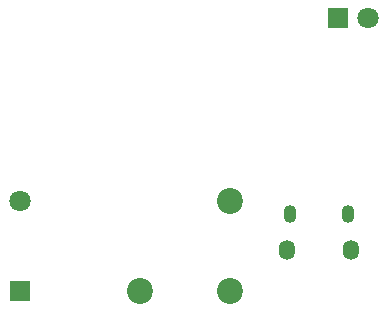
<source format=gbr>
%TF.GenerationSoftware,KiCad,Pcbnew,9.0.0*%
%TF.CreationDate,2025-04-09T12:13:31+05:30*%
%TF.ProjectId,ES lab Assignment,4553206c-6162-4204-9173-7369676e6d65,rev?*%
%TF.SameCoordinates,Original*%
%TF.FileFunction,Soldermask,Bot*%
%TF.FilePolarity,Negative*%
%FSLAX46Y46*%
G04 Gerber Fmt 4.6, Leading zero omitted, Abs format (unit mm)*
G04 Created by KiCad (PCBNEW 9.0.0) date 2025-04-09 12:13:31*
%MOMM*%
%LPD*%
G01*
G04 APERTURE LIST*
%ADD10O,1.350000X1.700000*%
%ADD11O,1.100000X1.500000*%
%ADD12C,2.200000*%
%ADD13R,1.800000X1.800000*%
%ADD14C,1.800000*%
G04 APERTURE END LIST*
D10*
%TO.C,J1*%
X146870000Y-111665000D03*
D11*
X147180000Y-108665000D03*
X152020000Y-108665000D03*
D10*
X152330000Y-111665000D03*
%TD*%
D12*
%TO.C,K1*%
X134430000Y-115120000D03*
X142050000Y-107500000D03*
X142050000Y-115120000D03*
D13*
X124270000Y-115120000D03*
D14*
X124270000Y-107500000D03*
%TD*%
D13*
%TO.C,D1*%
X151195000Y-92040000D03*
D14*
X153735000Y-92040000D03*
%TD*%
M02*

</source>
